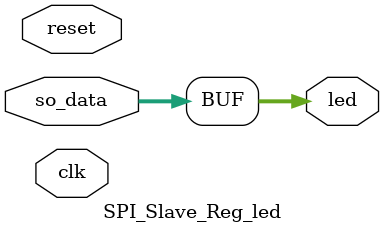
<source format=v>
`timescale 1ns / 1ps

module SPI_Slave (
    input  clk,
    input  reset,
    input  SCLK,
    input  MOSI,
    output MISO,
    input  SS,
    input  done,
    output [7:0] led
);

    wire [7:0] si_data;
    wire       si_done;
    wire [7:0] so_data;
    wire       so_start;
    wire       so_done;

    SPI_Slave_Intf U_SPI_Slave_Intf (
        .clk     (clk),
        .reset   (reset),
        .SCLK    (SCLK),
        .MOSI    (MOSI),
        .MISO    (MISO),
        .SS      (SS),
        .si_data (si_data),
        .si_done (si_done),
        .so_data (so_data),
        .so_start(so_start),
        .so_done (so_done)
    );

    SPI_Slave_Reg U_SPI_Slave_Reg (
        .clk     (clk),
        .reset   (reset),
        .SS      (SS),
        .si_data (si_data),
        .si_done (si_done),
        .so_data (so_data),
        .so_start(so_start),
        .so_done (so_done),
        .done(done)
        // input            so_ready
    );

    SPI_Slave_Reg_led U_SPI_Slave_Reg_led(
        .clk(clk),
        .reset(reset),
        .so_data(so_data),
        .led(led)
);

endmodule

module SPI_Slave_Intf (
    // global singals
    input        clk,
    input        reset,
    // SPI signals
    input        SCLK,
    input        MOSI,
    output       MISO,
    input        SS,
    //internal signals
    output [7:0] si_data,
    output       si_done,
    input  [7:0] so_data,
    input        so_start,
    input        so_done
);

    reg sclk_sync0, sclk_sync1;

    always @(posedge clk, posedge reset) begin
        if (reset) begin
            sclk_sync0 <= 0;
            sclk_sync1 <= 0;
        end else begin
            sclk_sync0 <= SCLK;
            sclk_sync1 <= sclk_sync0;
        end
    end

    wire sclk_rising, sclk_falling;
    // assign sclk_rising  = sclk_sync0 & ~sclk_sync1;
    // assign sclk_falling = ~sclk_sync0 & sclk_sync1;
    assign sclk_rising  = SCLK & ~sclk_sync0;
    assign sclk_falling = ~SCLK & sclk_sync0;

    // Slave Input Circuit (MOSI)
    localparam SI_IDLE = 0, SI_PHASE = 1;

    reg si_state, si_state_next;
    reg [7:0] si_data_reg, si_data_next;
    reg [2:0] si_bit_cnt_reg, si_bit_cnt_next;
    reg si_done_reg, si_done_next;

    assign si_data = si_data_reg;
    assign si_done = si_done_reg;

    always @(posedge clk, posedge reset) begin
        if (reset) begin
            si_state       <= SI_IDLE;
            si_data_reg    <= 0;
            si_bit_cnt_reg <= 0;
            si_done_reg    <= 0;
        end else begin
            si_state       <= si_state_next;
            si_data_reg    <= si_data_next;
            si_bit_cnt_reg <= si_bit_cnt_next;
            si_done_reg    <= si_done_next;
        end
    end

    always @(*) begin
        si_state_next   = si_state;
        si_data_next    = si_data_reg;
        si_bit_cnt_next = si_bit_cnt_reg;
        si_done_next    = 0;
        case (si_state)
            SI_IDLE: begin
                if (!SS) begin
                    si_bit_cnt_next = 0;
                    si_state_next   = SI_PHASE;
                end
            end
            SI_PHASE: begin
                if (!SS) begin
                    if (sclk_rising) begin
                        si_data_next = {si_data_reg[6:0], MOSI};
                        if (si_bit_cnt_reg == 7) begin
                            si_done_next    = 1'b1;
                            si_bit_cnt_next = 0;
                            si_state_next   = SI_IDLE;
                        end else begin
                            si_bit_cnt_next = si_bit_cnt_reg + 1;
                        end
                    end
                end else begin
                    si_state_next = SI_IDLE;
                end
            end
        endcase
    end

    // Slave Output Circuit(MISO)
    localparam SO_IDLE = 0, SO_WAIT = 1, SO_PHASE = 2;

    reg [1:0] so_state, so_state_next;
    reg [7:0] so_data_reg, so_data_next;
    reg [2:0] so_bit_cnt_reg, so_bit_cnt_next;
    reg so_done_reg, so_done_next;

    assign so_done = so_done_reg;
    assign MISO = ~SS ? so_data_reg[7] : 1'bz;

    always @(posedge clk, posedge reset) begin
        if (reset) begin
            so_state       <= SO_IDLE;
            so_data_reg    <= 0;
            so_bit_cnt_reg <= 0;
            so_done_reg    <= 0;
        end else begin
            so_state       <= so_state_next;
            so_data_reg    <= so_data_next;
            so_bit_cnt_reg <= so_bit_cnt_next;
            so_done_reg    <= so_done_next;
        end
    end

    always @(*) begin
        so_state_next   = so_state;
        so_data_next    = so_data_reg;
        so_bit_cnt_next = so_bit_cnt_reg;
        so_done_next    = 0;
        case (so_state)
            SO_IDLE: begin
                if (!SS && so_start) begin
                    so_bit_cnt_next = 0;
                    so_state_next   = SO_WAIT;
                end
            end
            SO_WAIT: begin
                so_data_next    = so_data;
                so_state_next = SO_PHASE;
            end
            SO_PHASE: begin
                if (!SS) begin
                    // MISO = so_data_next[7];
                    if (sclk_falling) begin
                        so_data_next = {so_data_reg[6:0], 1'b0};
                        if (so_bit_cnt_reg == 7) begin
                            so_done_next    = 1'b1;
                            so_bit_cnt_next = 0;
                            so_state_next   = SO_IDLE;
                        end else begin
                            so_bit_cnt_next = so_bit_cnt_reg + 1;
                        end
                    end
                end else begin
                    so_state_next = SO_IDLE;
                end
            end
        endcase
    end
endmodule

module SPI_Slave_Reg (
    // global signals
    input            clk,
    input            reset,
    // internal signals
    input            SS,
    input      [7:0] si_data,
    input            si_done,
    output reg [7:0] so_data,
    output           so_start,
    input            so_done,
    input            done
    // input            so_ready
);
    localparam IDLE = 0, ADDR_PHASE = 1, WRITE_PHASE = 2, READ_PHASE = 3;

    reg [1:0] state, state_next;
    reg [7:0] slv_reg0, slv_reg1, slv_reg2, slv_reg3;
    reg [1:0] addr_reg, addr_next;
    reg so_start_reg, so_start_next;

    assign so_start = so_start_reg;

    always @(posedge clk, posedge reset) begin
        if (reset) begin
            state        <= IDLE;
            addr_reg     <= 0;
            so_start_reg <= 0;
        end else begin
            state        <= state_next;
            addr_reg     <= addr_next;
            so_start_reg <= so_start_next;
        end
    end

    always @(*) begin
        state_next    = state;
        addr_next     = addr_reg;
        so_start_next = so_start_reg;
        case (state)
            IDLE: begin
                so_start_next = 1'b0;
                if (!SS) begin
                    state_next = ADDR_PHASE;
                end
            end
            ADDR_PHASE: begin
                if (!SS) begin
                    if (si_done) begin
                        addr_next = si_data[1:0];
                        if (si_data[7]) begin
                            state_next = WRITE_PHASE;
                        end else begin
                            state_next = READ_PHASE;
                        end
                    end
                end else begin
                    state_next = IDLE;
                end
            end
            WRITE_PHASE: begin
                if (!SS) begin
                    if (si_done) begin
                        case (addr_reg)
                            2'd0: slv_reg0 = si_data;
                            2'd1: slv_reg1 = si_data;
                            2'd2: slv_reg2 = si_data;
                            2'd3: slv_reg3 = si_data;
                        endcase
                        if (addr_reg == 2'd3) begin
                            addr_next = 0;
                        end else begin
                            addr_next = addr_reg + 1;
                        end
                    end
                end else begin
                    state_next = IDLE;
                end
            end
            READ_PHASE: begin
                if (!SS) begin
                    // if (so_ready) begin
                    if(done) begin
                        so_start_next = 1'b1;
                    end
                    case (addr_reg)
                        2'd0: so_data = slv_reg0;
                        2'd1: so_data = slv_reg1;
                        2'd2: so_data = slv_reg2;
                        2'd3: so_data = slv_reg3;
                    endcase
                    // end
                    if (so_done) begin
                        if (addr_reg == 2'd3) begin
                            addr_next = 0;
                        end else begin
                            addr_next = addr_reg + 1;
                        end
                    end
                end else begin
                    state_next = IDLE;
                end

            end
        endcase
    end
endmodule

module SPI_Slave_Reg_led (
    // global signals
    input            clk,
    input            reset,
    // internal signals
    input  [7:0] so_data,
    output  [7:0]    led
    // input            so_ready
);

    assign led[7:0] = so_data[7:0]; 
endmodule

</source>
